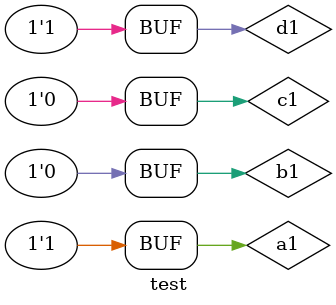
<source format=v>
module BCD2Ex3(a,b,c,d,w,x,y,z);
         input a,b,c,d;
         output w,x,y,z;
          assign w= a |(b&c) | (b&d);
          assign x=(~b&c) | (~b&d) |(b&~c&~d);
          assign y= ~(c^d);
          assign z=~d;
endmodule
module test;
      reg a1,b1,c1,d1;
      wire w1, x1, y1, z1;
      BCD2Ex3 objt(a1,b1,c1,d1,w1,x1,y1,z1);
      initial
      begin
        //$dumpfile("dump1.vcd");
        //$dumpvars(0,test);
        $display("a\tb\tc\td\tw\tx\ty\tz");
        $monitor("%b\t%b\t%b\t%b\t%b\t%b\t%b\t%b",a1,b1,c1,d1,w1,x1,y1,z1);
       a1=0; b1=0; c1=0;d1=0;
       #10 a1=0; b1=0; c1=0;d1=1;
       #10 a1=0; b1=0; c1=1;d1=0;
       #10 a1=0; b1=0; c1=1;d1=1;
       #10 a1=0; b1=1; c1=0;d1=0;
       #10 a1=0; b1=1; c1=0;d1=1;
       #10 a1=0; b1=1; c1=1;d1=0;
       #10 a1=0; b1=1; c1=1;d1=1;
       #10 a1=1; b1=0; c1=0;d1=0;
       #10 a1=1; b1=0; c1=0;d1=1;
    //#10 a1=1'b1; b1=1’b0;
     end
endmodule



</source>
